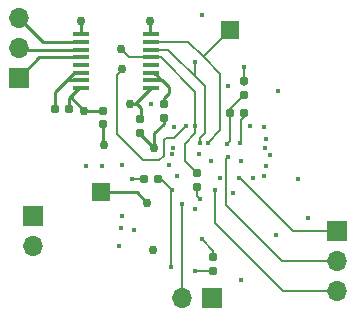
<source format=gbr>
%TF.GenerationSoftware,KiCad,Pcbnew,(6.0.8)*%
%TF.CreationDate,2023-01-31T16:58:12-08:00*%
%TF.ProjectId,Microwave Sensor v2,4d696372-6f77-4617-9665-2053656e736f,rev?*%
%TF.SameCoordinates,Original*%
%TF.FileFunction,Copper,L4,Bot*%
%TF.FilePolarity,Positive*%
%FSLAX46Y46*%
G04 Gerber Fmt 4.6, Leading zero omitted, Abs format (unit mm)*
G04 Created by KiCad (PCBNEW (6.0.8)) date 2023-01-31 16:58:12*
%MOMM*%
%LPD*%
G01*
G04 APERTURE LIST*
G04 Aperture macros list*
%AMRoundRect*
0 Rectangle with rounded corners*
0 $1 Rounding radius*
0 $2 $3 $4 $5 $6 $7 $8 $9 X,Y pos of 4 corners*
0 Add a 4 corners polygon primitive as box body*
4,1,4,$2,$3,$4,$5,$6,$7,$8,$9,$2,$3,0*
0 Add four circle primitives for the rounded corners*
1,1,$1+$1,$2,$3*
1,1,$1+$1,$4,$5*
1,1,$1+$1,$6,$7*
1,1,$1+$1,$8,$9*
0 Add four rect primitives between the rounded corners*
20,1,$1+$1,$2,$3,$4,$5,0*
20,1,$1+$1,$4,$5,$6,$7,0*
20,1,$1+$1,$6,$7,$8,$9,0*
20,1,$1+$1,$8,$9,$2,$3,0*%
G04 Aperture macros list end*
%TA.AperFunction,ComponentPad*%
%ADD10R,1.700000X1.700000*%
%TD*%
%TA.AperFunction,ComponentPad*%
%ADD11O,1.700000X1.700000*%
%TD*%
%TA.AperFunction,SMDPad,CuDef*%
%ADD12RoundRect,0.160000X-0.160000X0.197500X-0.160000X-0.197500X0.160000X-0.197500X0.160000X0.197500X0*%
%TD*%
%TA.AperFunction,SMDPad,CuDef*%
%ADD13RoundRect,0.160000X0.197500X0.160000X-0.197500X0.160000X-0.197500X-0.160000X0.197500X-0.160000X0*%
%TD*%
%TA.AperFunction,SMDPad,CuDef*%
%ADD14RoundRect,0.155000X0.155000X-0.212500X0.155000X0.212500X-0.155000X0.212500X-0.155000X-0.212500X0*%
%TD*%
%TA.AperFunction,SMDPad,CuDef*%
%ADD15RoundRect,0.155000X-0.212500X-0.155000X0.212500X-0.155000X0.212500X0.155000X-0.212500X0.155000X0*%
%TD*%
%TA.AperFunction,SMDPad,CuDef*%
%ADD16RoundRect,0.155000X-0.155000X0.212500X-0.155000X-0.212500X0.155000X-0.212500X0.155000X0.212500X0*%
%TD*%
%TA.AperFunction,SMDPad,CuDef*%
%ADD17R,1.500000X1.500000*%
%TD*%
%TA.AperFunction,SMDPad,CuDef*%
%ADD18R,1.475000X0.450000*%
%TD*%
%TA.AperFunction,SMDPad,CuDef*%
%ADD19RoundRect,0.160000X-0.197500X-0.160000X0.197500X-0.160000X0.197500X0.160000X-0.197500X0.160000X0*%
%TD*%
%TA.AperFunction,SMDPad,CuDef*%
%ADD20RoundRect,0.160000X0.160000X-0.197500X0.160000X0.197500X-0.160000X0.197500X-0.160000X-0.197500X0*%
%TD*%
%TA.AperFunction,ViaPad*%
%ADD21C,0.381000*%
%TD*%
%TA.AperFunction,ViaPad*%
%ADD22C,0.762000*%
%TD*%
%TA.AperFunction,Conductor*%
%ADD23C,0.250000*%
%TD*%
%TA.AperFunction,Conductor*%
%ADD24C,0.254000*%
%TD*%
%TA.AperFunction,Conductor*%
%ADD25C,0.127000*%
%TD*%
G04 APERTURE END LIST*
D10*
%TO.P,J4,1,Pin_1*%
%TO.N,Net-(J4-Pad1)*%
X140475000Y-105700000D03*
D11*
%TO.P,J4,2,Pin_2*%
%TO.N,Net-(J4-Pad2)*%
X137935000Y-105700000D03*
%TD*%
D10*
%TO.P,J2,1,Pin_1*%
%TO.N,Net-(IC2-Pad5)*%
X124100000Y-87000000D03*
D11*
%TO.P,J2,2,Pin_2*%
%TO.N,Net-(IC2-Pad6)*%
X124100000Y-84460000D03*
%TO.P,J2,3,Pin_3*%
%TO.N,Net-(IC2-Pad7)*%
X124100000Y-81920000D03*
%TD*%
D10*
%TO.P,J3,1,Pin_1*%
%TO.N,Net-(J3-Pad1)*%
X151100000Y-100000000D03*
D11*
%TO.P,J3,2,Pin_2*%
%TO.N,Net-(J3-Pad2)*%
X151100000Y-102540000D03*
%TO.P,J3,3,Pin_3*%
%TO.N,Net-(J3-Pad3)*%
X151100000Y-105080000D03*
%TD*%
D10*
%TO.P,J1,1,Pin_1*%
%TO.N,Net-(FB1-Pad1)*%
X125325000Y-98750000D03*
D11*
%TO.P,J1,2,Pin_2*%
%TO.N,GND*%
X125325000Y-101290000D03*
%TD*%
D12*
%TO.P,R2,1*%
%TO.N,Net-(IC2-Pad14)*%
X136400000Y-89202500D03*
%TO.P,R2,2*%
%TO.N,GND*%
X136400000Y-90397500D03*
%TD*%
D13*
%TO.P,R3,1*%
%TO.N,/VinF*%
X128359500Y-89700000D03*
%TO.P,R3,2*%
%TO.N,Net-(IC2-Pad2)*%
X127164500Y-89700000D03*
%TD*%
D14*
%TO.P,C6,1*%
%TO.N,GND*%
X134400000Y-91667500D03*
%TO.P,C6,2*%
%TO.N,/Vdd*%
X134400000Y-90532500D03*
%TD*%
D15*
%TO.P,C12,1*%
%TO.N,Net-(C12-Pad1)*%
X142032500Y-90000000D03*
%TO.P,C12,2*%
%TO.N,/IFQAI*%
X143167500Y-90000000D03*
%TD*%
D16*
%TO.P,C7,1*%
%TO.N,/VinF*%
X131262000Y-89832500D03*
%TO.P,C7,2*%
%TO.N,GND*%
X131262000Y-90967500D03*
%TD*%
D17*
%TO.P,TP1,1,1*%
%TO.N,/Vdd*%
X131100000Y-96700000D03*
%TD*%
D12*
%TO.P,R10,1*%
%TO.N,Net-(R10-Pad1)*%
X140600000Y-102202500D03*
%TO.P,R10,2*%
%TO.N,/Vdd*%
X140600000Y-103397500D03*
%TD*%
D17*
%TO.P,TP7,1,1*%
%TO.N,Net-(IC2-Pad10)*%
X142000000Y-83000000D03*
%TD*%
D18*
%TO.P,IC2,1,VCCA*%
%TO.N,/VinF*%
X129424000Y-87875000D03*
%TO.P,IC2,2,1DIR*%
%TO.N,Net-(IC2-Pad2)*%
X129424000Y-87225000D03*
%TO.P,IC2,3,2DIR*%
X129424000Y-86575000D03*
%TO.P,IC2,4,1A1*%
%TO.N,unconnected-(IC2-Pad4)*%
X129424000Y-85925000D03*
%TO.P,IC2,5,1A2*%
%TO.N,Net-(IC2-Pad5)*%
X129424000Y-85275000D03*
%TO.P,IC2,6,2A1*%
%TO.N,Net-(IC2-Pad6)*%
X129424000Y-84625000D03*
%TO.P,IC2,7,2A2*%
%TO.N,Net-(IC2-Pad7)*%
X129424000Y-83975000D03*
%TO.P,IC2,8,GND_1*%
%TO.N,GND*%
X129424000Y-83325000D03*
%TO.P,IC2,9,GND_2*%
X135300000Y-83325000D03*
%TO.P,IC2,10,2B2*%
%TO.N,Net-(IC2-Pad10)*%
X135300000Y-83975000D03*
%TO.P,IC2,11,2B1*%
%TO.N,Net-(IC2-Pad11)*%
X135300000Y-84625000D03*
%TO.P,IC2,12,1B2*%
%TO.N,Net-(IC2-Pad12)*%
X135300000Y-85275000D03*
%TO.P,IC2,13,1B1*%
%TO.N,unconnected-(IC2-Pad13)*%
X135300000Y-85925000D03*
%TO.P,IC2,14,2~{OE}*%
%TO.N,Net-(IC2-Pad14)*%
X135300000Y-86575000D03*
%TO.P,IC2,15,1~{OE}*%
X135300000Y-87225000D03*
%TO.P,IC2,16,VCCB*%
%TO.N,/Vdd*%
X135300000Y-87875000D03*
%TD*%
D19*
%TO.P,R9,1*%
%TO.N,/Vdd*%
X134702500Y-95600000D03*
%TO.P,R9,2*%
%TO.N,Net-(R9-Pad2)*%
X135897500Y-95600000D03*
%TD*%
D14*
%TO.P,C16,1*%
%TO.N,Net-(C12-Pad1)*%
X143200000Y-88467500D03*
%TO.P,C16,2*%
%TO.N,GND*%
X143200000Y-87332500D03*
%TD*%
D20*
%TO.P,R7,1*%
%TO.N,GND*%
X139200000Y-96297500D03*
%TO.P,R7,2*%
%TO.N,Net-(IC2-Pad12)*%
X139200000Y-95102500D03*
%TD*%
D21*
%TO.N,*%
X132900000Y-98700000D03*
%TO.N,GND*%
X137200000Y-93000000D03*
X139600000Y-81683750D03*
X144976859Y-92975000D03*
X137300000Y-91200000D03*
X143975000Y-95500000D03*
X135300000Y-89200000D03*
X145376859Y-93575000D03*
X142975000Y-104100000D03*
X142300000Y-96800000D03*
X133900000Y-99900000D03*
X148575000Y-98900000D03*
X132600000Y-101300000D03*
D22*
X135262000Y-82200000D03*
D21*
X139500000Y-97300000D03*
X137476859Y-95375000D03*
X129800000Y-94500000D03*
X132800000Y-99700000D03*
D22*
X129362000Y-82200000D03*
D21*
X145875000Y-100300000D03*
X147776859Y-95575000D03*
X141200000Y-95500000D03*
X141800000Y-87700000D03*
D22*
X135600000Y-93000000D03*
D21*
X137100000Y-93500000D03*
X144876859Y-91175000D03*
X144876859Y-95375000D03*
X146100000Y-88100000D03*
D22*
X131300000Y-92700000D03*
X135500000Y-101600000D03*
D21*
X132876859Y-94375000D03*
X143200000Y-86100000D03*
X139375000Y-93500000D03*
X145076859Y-92175000D03*
X131200000Y-94500000D03*
D22*
%TO.N,/VinF*%
X129662000Y-89800000D03*
D21*
%TO.N,/Vdd*%
X133700000Y-95600000D03*
X143676859Y-91075000D03*
X142975000Y-94100000D03*
X136876859Y-94375000D03*
X139000000Y-98100000D03*
X139000000Y-103400000D03*
X145076859Y-94475000D03*
D22*
X133562000Y-89200000D03*
D21*
X140375000Y-94100000D03*
D22*
X135000000Y-97600000D03*
D21*
%TO.N,Net-(C12-Pad1)*%
X141775000Y-92600000D03*
%TO.N,/IFQAI*%
X142875000Y-92500000D03*
D22*
%TO.N,Net-(IC2-Pad12)*%
X132800000Y-84600000D03*
D21*
X139075000Y-91100000D03*
%TO.N,Net-(J3-Pad1)*%
X142775000Y-95500000D03*
%TO.N,Net-(IC2-Pad11)*%
X139475000Y-92500000D03*
X139000000Y-85700000D03*
%TO.N,Net-(IC2-Pad10)*%
X140175000Y-92500000D03*
%TO.N,Net-(J3-Pad2)*%
X141875000Y-93700000D03*
%TO.N,Net-(J3-Pad3)*%
X140700000Y-96500000D03*
%TO.N,Net-(J4-Pad2)*%
X137900000Y-97700000D03*
%TO.N,Net-(R9-Pad2)*%
X137100000Y-96500000D03*
X137000000Y-103000000D03*
%TO.N,Net-(R10-Pad1)*%
X139600000Y-100700000D03*
%TO.N,Net-(TP4-Pad1)*%
X138275000Y-91100000D03*
D22*
X132900000Y-86300000D03*
%TD*%
D23*
%TO.N,GND*%
X135262000Y-82200000D02*
X135262000Y-83287000D01*
D24*
X136400000Y-90900000D02*
X135600000Y-91700000D01*
D25*
X139200000Y-97000000D02*
X139200000Y-96297500D01*
X143200000Y-87632500D02*
X143200000Y-86100000D01*
D24*
X129424000Y-83325000D02*
X129424000Y-82262000D01*
D25*
X139500000Y-97300000D02*
X139200000Y-97000000D01*
X129424000Y-82262000D02*
X129362000Y-82200000D01*
D24*
X136400000Y-90597500D02*
X136400000Y-90900000D01*
X135600000Y-91700000D02*
X135600000Y-93000000D01*
D23*
X134400000Y-91800000D02*
X135600000Y-93000000D01*
D24*
X131300000Y-92700000D02*
X131262000Y-92662000D01*
D23*
X135262000Y-83287000D02*
X135300000Y-83325000D01*
X134400000Y-91667500D02*
X134400000Y-91800000D01*
D24*
X131262000Y-92662000D02*
X131262000Y-90967500D01*
D25*
%TO.N,/VinF*%
X131229500Y-89800000D02*
X131262000Y-89832500D01*
D24*
X128359500Y-88702500D02*
X128512000Y-88550000D01*
X128359500Y-89700000D02*
X128359500Y-88702500D01*
D25*
X128512000Y-88650000D02*
X128512000Y-88550000D01*
D24*
X128512000Y-88550000D02*
X129187000Y-87875000D01*
D25*
X129187000Y-87875000D02*
X129424000Y-87875000D01*
D24*
X129662000Y-89800000D02*
X128512000Y-88650000D01*
X129662000Y-89800000D02*
X131229500Y-89800000D01*
D25*
%TO.N,/Vdd*%
X139002500Y-103397500D02*
X140600000Y-103397500D01*
D24*
X133975000Y-89200000D02*
X134018500Y-89156500D01*
X134100000Y-96700000D02*
X135000000Y-97600000D01*
D25*
X139000000Y-103400000D02*
X139002500Y-103397500D01*
D24*
X131100000Y-96700000D02*
X134100000Y-96700000D01*
X134462000Y-89600000D02*
X134018500Y-89156500D01*
X133562000Y-89200000D02*
X133975000Y-89200000D01*
X134018500Y-89156500D02*
X135300000Y-87875000D01*
D25*
X133700000Y-95600000D02*
X134702500Y-95600000D01*
D24*
X134462000Y-90532500D02*
X134462000Y-89600000D01*
D25*
%TO.N,Net-(C12-Pad1)*%
X142032500Y-90000000D02*
X142032500Y-92342500D01*
X142032500Y-90000000D02*
X142032500Y-89635000D01*
X142032500Y-89635000D02*
X143200000Y-88467500D01*
X142032500Y-92342500D02*
X141775000Y-92600000D01*
%TO.N,/IFQAI*%
X142900000Y-92475000D02*
X142875000Y-92500000D01*
X142900000Y-90600000D02*
X142900000Y-92475000D01*
X143167500Y-90332500D02*
X142900000Y-90600000D01*
X143167500Y-90000000D02*
X143167500Y-90332500D01*
%TO.N,Net-(IC2-Pad2)*%
X129424000Y-86575000D02*
X128787000Y-86575000D01*
D24*
X129424000Y-87225000D02*
X128175000Y-87225000D01*
X128787000Y-86613000D02*
X128787000Y-86575000D01*
X127164500Y-89700000D02*
X127164500Y-88235500D01*
X127164500Y-88235500D02*
X128787000Y-86613000D01*
D23*
%TO.N,Net-(IC2-Pad5)*%
X125825000Y-85275000D02*
X129424000Y-85275000D01*
X124100000Y-87000000D02*
X125825000Y-85275000D01*
%TO.N,Net-(IC2-Pad6)*%
X124265000Y-84625000D02*
X124100000Y-84460000D01*
X129424000Y-84625000D02*
X124265000Y-84625000D01*
%TO.N,Net-(IC2-Pad7)*%
X126155000Y-83975000D02*
X129424000Y-83975000D01*
X124100000Y-81920000D02*
X126155000Y-83975000D01*
D25*
%TO.N,Net-(IC2-Pad12)*%
X139075000Y-88185500D02*
X139075000Y-91100000D01*
X135300000Y-85275000D02*
X136164500Y-85275000D01*
X136164500Y-85275000D02*
X139075000Y-88185500D01*
X133475000Y-85275000D02*
X132800000Y-84600000D01*
X138200000Y-92600000D02*
X138200000Y-94102500D01*
X139075000Y-91100000D02*
X139075000Y-91725000D01*
X135300000Y-85275000D02*
X133475000Y-85275000D01*
X138200000Y-94102500D02*
X139200000Y-95102500D01*
X139075000Y-91725000D02*
X138200000Y-92600000D01*
D24*
%TO.N,Net-(IC2-Pad14)*%
X136800000Y-87800000D02*
X136400000Y-87400000D01*
X135300000Y-86575000D02*
X135575000Y-86575000D01*
X136800000Y-88300000D02*
X136800000Y-87800000D01*
X136225000Y-87225000D02*
X135300000Y-87225000D01*
X136400000Y-87400000D02*
X136225000Y-87225000D01*
X135575000Y-86575000D02*
X136400000Y-87400000D01*
X136400000Y-88700000D02*
X136800000Y-88300000D01*
X136400000Y-89402500D02*
X136400000Y-88700000D01*
D25*
%TO.N,Net-(J3-Pad1)*%
X142875000Y-95500000D02*
X147375000Y-100000000D01*
X142775000Y-95500000D02*
X142875000Y-95500000D01*
X151100000Y-100000000D02*
X147375000Y-100000000D01*
%TO.N,Net-(IC2-Pad11)*%
X136775613Y-84625000D02*
X139525307Y-87374693D01*
X135300000Y-84625000D02*
X136775613Y-84625000D01*
X139475000Y-92125000D02*
X139475000Y-92500000D01*
X139000000Y-85700000D02*
X139000000Y-86849386D01*
X139900000Y-91700000D02*
X139475000Y-92125000D01*
X139525307Y-87374693D02*
X139900000Y-87749387D01*
X139900000Y-87749387D02*
X139900000Y-91700000D01*
X139000000Y-86849386D02*
X139525307Y-87374693D01*
%TO.N,Net-(IC2-Pad10)*%
X135300000Y-83975000D02*
X138475000Y-83975000D01*
X141200000Y-91475000D02*
X140175000Y-92500000D01*
X138475000Y-83975000D02*
X139800000Y-85300000D01*
X139800000Y-85200000D02*
X142000000Y-83000000D01*
X141200000Y-86700000D02*
X141200000Y-91475000D01*
X139800000Y-85300000D02*
X139800000Y-85200000D01*
X139800000Y-85300000D02*
X141200000Y-86700000D01*
%TO.N,Net-(J3-Pad2)*%
X141700000Y-93875000D02*
X141875000Y-93700000D01*
X146440000Y-102540000D02*
X141700000Y-97800000D01*
X141700000Y-97800000D02*
X141700000Y-93875000D01*
X151100000Y-102540000D02*
X146440000Y-102540000D01*
%TO.N,Net-(J3-Pad3)*%
X146480000Y-105080000D02*
X140700000Y-99300000D01*
X151100000Y-105080000D02*
X146480000Y-105080000D01*
X140700000Y-99300000D02*
X140700000Y-96500000D01*
%TO.N,Net-(J4-Pad2)*%
X138300000Y-105600000D02*
X138300000Y-105300000D01*
X138300000Y-105300000D02*
X137900000Y-104900000D01*
X137900000Y-97700000D02*
X137900000Y-104900000D01*
%TO.N,Net-(R9-Pad2)*%
X137000000Y-96600000D02*
X137100000Y-96500000D01*
X135897500Y-95600000D02*
X136200000Y-95600000D01*
X137000000Y-103000000D02*
X137000000Y-96600000D01*
X136200000Y-95600000D02*
X137100000Y-96500000D01*
%TO.N,Net-(R10-Pad1)*%
X140600000Y-101700000D02*
X140600000Y-102202500D01*
X139600000Y-100700000D02*
X140600000Y-101700000D01*
%TO.N,Net-(TP4-Pad1)*%
X134600000Y-94000000D02*
X132400000Y-91800000D01*
X132400000Y-86800000D02*
X132900000Y-86300000D01*
X138275000Y-91100000D02*
X137275000Y-92100000D01*
X137275000Y-92100000D02*
X136600000Y-92100000D01*
X132400000Y-91800000D02*
X132400000Y-86800000D01*
X136600000Y-92100000D02*
X136400000Y-92300000D01*
X136400000Y-93600000D02*
X136000000Y-94000000D01*
X136400000Y-92300000D02*
X136400000Y-93600000D01*
X136000000Y-94000000D02*
X134600000Y-94000000D01*
%TD*%
M02*

</source>
